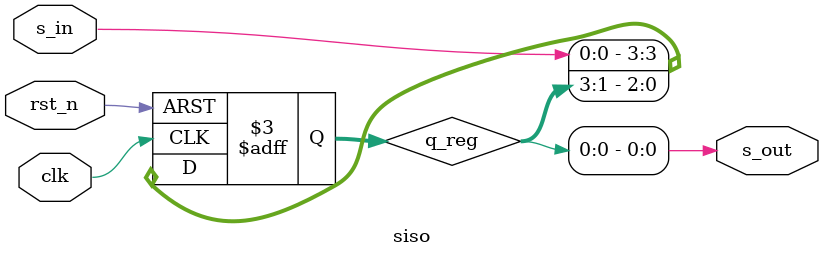
<source format=v>
`timescale 1ns / 1ps


module siso(
    input clk,
    input rst_n,
    input s_in,
    output s_out
    );
    reg [3:0] q_reg;
    assign s_out = q_reg[0];
    always @(posedge clk or negedge rst_n) begin
        if (rst_n == 1'b0) begin
            q_reg <= 4'b0000;
        end else begin 
            q_reg <= {s_in, q_reg [3:1]};
        end
    end             
    
endmodule

</source>
